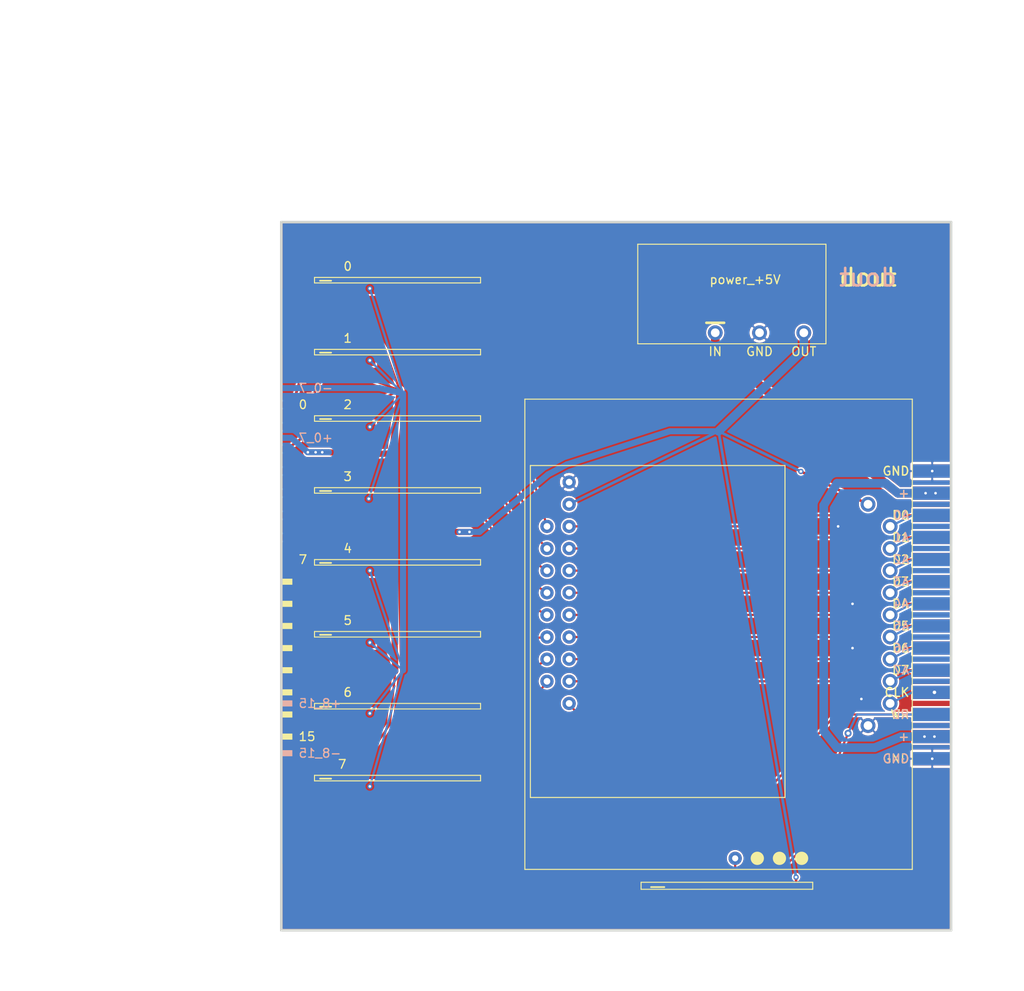
<source format=kicad_pcb>
(kicad_pcb (version 20171130) (host pcbnew 5.1.5+dfsg1-2build2)
  (layers (0 F.Cu signal) (31 B.Cu signal) (34 B.Paste user) (35 F.Paste user) (36 B.SilkS user) (37 F.SilkS user) (38 B.Mask user) (39 F.Mask user) (44 Edge.Cuts user))
  (net 0 "")
  (net 1 OUT1)
  (net 2 OUT2)
  (net 3 OUT3)
  (net 4 OUT4)
  (net 5 OUT5)
  (net 6 OUT6)
  (net 7 OUT7)
  (net 8 GND)
  (net 9 OPL1)
  (net 10 OPL2)
  (net 11 OPL3)
  (net 12 OPL4)
  (net 13 OPL5)
  (net 14 OPL6)
  (net 15 OPL7)
  (net 16 +5V)
  (net 17 CLK)
  (net 18 A7)
  (net 19 A6)
  (net 20 A5)
  (net 21 A4)
  (net 22 A3)
  (net 23 A2)
  (net 24 A1)
  (net 25 A0)
  (net 26 D7)
  (net 27 D6)
  (net 28 D5)
  (net 29 D4)
  (net 30 D3)
  (net 31 D2)
  (net 32 D1)
  (net 33 D0)
  (net 34 OPL0)
  (net 35 WR)
  (net 36 RD)
  (net 37 OUT0)
  (net 38 S0)
  (net 39 SW0)
  (net 40 "Net-(J1-Pad16)")
  (net 41 "Net-(J1-Pad15)")
  (net 42 "Net-(J1-Pad20)")
  (net 43 "Net-(J1-Pad19)")
  (net 44 "Net-(J1-Pad14)")
  (net 45 "Net-(J1-Pad13)")
  (net 46 "Net-(J1-Pad12)")
  (net 47 "Net-(J1-Pad11)")
  (net 48 "Net-(J1-Pad10)")
  (net 49 "Net-(J1-Pad9)")
  (net 50 "Net-(J12-Pad15)")
  (net 51 VP0_7)
  (net 52 VM0_7)
  (net 53 "Net-(J12-Pad14)")
  (net 54 "Net-(J12-Pad13)")
  (net 55 VPBUS)
  (module plc88:bus_im (layer F.Cu) (at 30.226 22.225)
    (fp_text reference J13 hide)
    (fp_text value bus_i hide)
    (fp_text user WR (at -2.54 27.94) (layer F.SilkS) (effects (justify right)))
    (fp_text user RD (at -2.54 27.94) (layer B.SilkS) (effects (justify left mirror)))
    (fp_text user GND (at -2.54 0) (layer F.SilkS) (effects (justify right)))
    (fp_text user + (at -2.54 2.54) (layer B.SilkS) (effects (justify left mirror)))
    (fp_text user GND (at -2.54 33.02) (layer B.SilkS) (effects (justify left mirror)))
    (fp_text user + (at -2.54 30.48) (layer B.SilkS) (effects (justify left mirror)))
    (fp_text user CLK (at -2.54 25.4) (layer F.SilkS) (effects (justify right)))
    (fp_text user A7 (at -2.54 22.86) (layer B.SilkS) (effects (justify left mirror)))
    (fp_text user A6 (at -2.54 20.32) (layer B.SilkS) (effects (justify left mirror)))
    (fp_text user A5 (at -2.54 17.78) (layer B.SilkS) (effects (justify left mirror)))
    (fp_text user A4 (at -2.54 15.24) (layer B.SilkS) (effects (justify left mirror)))
    (fp_text user A3 (at -2.54 12.7) (layer B.SilkS) (effects (justify left mirror)))
    (fp_text user A2 (at -2.54 10.16) (layer B.SilkS) (effects (justify left mirror)))
    (fp_text user A1 (at -2.54 7.62) (layer B.SilkS) (effects (justify left mirror)))
    (fp_text user A0 (at -2.54 5.08) (layer B.SilkS) (effects (justify left mirror)))
    (fp_text user D7 (at -2.54 22.86) (layer F.SilkS) (effects (justify right)))
    (fp_text user CLK (at -2.54 25.4) (layer F.SilkS) (effects (justify right)))
    (fp_text user + (at -2.54 30.48) (layer F.SilkS) (effects (justify right)))
    (fp_text user GND (at -2.54 33.02) (layer F.SilkS) (effects (justify right)))
    (fp_text user D6 (at -2.54 20.32) (layer F.SilkS) (effects (justify right)))
    (fp_text user D5 (at -2.54 17.78) (layer F.SilkS) (effects (justify right)))
    (fp_text user D4 (at -2.54 15.24) (layer F.SilkS) (effects (justify right)))
    (fp_text user D3 (at -2.54 12.7) (layer F.SilkS) (effects (justify right)))
    (fp_text user D2 (at -2.54 10.16) (layer F.SilkS) (effects (justify right)))
    (fp_text user D1 (at -2.54 7.62) (layer F.SilkS) (effects (justify right)))
    (fp_text user D0 (at -2.54 5.08) (layer F.SilkS) (effects (justify right)))
    (fp_text user + (at -2.54 2.54) (layer F.SilkS) (effects (justify right)))
    (fp_text user GND (at -2.54 0) (layer F.SilkS) (effects (justify right)))
    (fp_text user + (at -2.54 2.54) (layer F.SilkS) (effects (justify right)))
    (pad 24 smd rect (at 0 27.94) (size 4.445 1.524) (layers F.Cu F.Paste F.Mask) (net 35 WR))
    (pad 23 smd rect (at 0 27.94) (size 4.445 1.524) (layers B.Cu B.Paste B.Mask) (net 36 RD))
    (pad 28 smd rect (at 0 33.02) (size 4.445 1.524) (layers F.Cu F.Paste F.Mask) (net 8 GND))
    (pad 26 smd rect (at 0 30.48) (size 4.445 1.524) (layers F.Cu F.Paste F.Mask) (net 55 VPBUS))
    (pad 22 smd rect (at 0 25.4) (size 4.445 1.524) (layers F.Cu F.Paste F.Mask) (net 17 CLK))
    (pad 20 smd rect (at 0 22.86) (size 4.445 1.524) (layers F.Cu F.Paste F.Mask) (net 26 D7))
    (pad 18 smd rect (at 0 20.32) (size 4.445 1.524) (layers F.Cu F.Paste F.Mask) (net 27 D6))
    (pad 16 smd rect (at 0 17.78) (size 4.445 1.524) (layers F.Cu F.Paste F.Mask) (net 28 D5))
    (pad 14 smd rect (at 0 15.24) (size 4.445 1.524) (layers F.Cu F.Paste F.Mask) (net 29 D4))
    (pad 12 smd rect (at 0 12.7) (size 4.445 1.524) (layers F.Cu F.Paste F.Mask) (net 30 D3))
    (pad 10 smd rect (at 0 10.16) (size 4.445 1.524) (layers F.Cu F.Paste F.Mask) (net 31 D2))
    (pad 8 smd rect (at 0 7.62) (size 4.445 1.524) (layers F.Cu F.Paste F.Mask) (net 32 D1))
    (pad 6 smd rect (at 0 5.08) (size 4.445 1.524) (layers F.Cu F.Paste F.Mask) (net 33 D0))
    (pad 4 smd rect (at 0 2.54) (size 4.445 1.524) (layers F.Cu F.Paste F.Mask) (net 55 VPBUS))
    (pad 2 smd rect (at 0 0) (size 4.445 1.524) (layers F.Cu F.Paste F.Mask) (net 8 GND))
    (pad 9 smd rect (at 0 10.16) (size 4.445 1.524) (layers B.Cu B.Paste B.Mask) (net 23 A2))
    (pad 27 smd rect (at 0 33.02) (size 4.445 1.524) (layers B.Cu B.Paste B.Mask) (net 8 GND))
    (pad 25 smd rect (at 0 30.48) (size 4.445 1.524) (layers B.Cu B.Paste B.Mask) (net 55 VPBUS))
    (pad 21 smd rect (at 0 25.4) (size 4.445 1.524) (layers B.Cu B.Paste B.Mask) (net 17 CLK))
    (pad 19 smd rect (at 0 22.86) (size 4.445 1.524) (layers B.Cu B.Paste B.Mask) (net 18 A7))
    (pad 17 smd rect (at 0 20.32) (size 4.445 1.524) (layers B.Cu B.Paste B.Mask) (net 19 A6))
    (pad 15 smd rect (at 0 17.78) (size 4.445 1.524) (layers B.Cu B.Paste B.Mask) (net 20 A5))
    (pad 13 smd rect (at 0 15.24) (size 4.445 1.524) (layers B.Cu B.Paste B.Mask) (net 21 A4))
    (pad 11 smd rect (at 0 12.7) (size 4.445 1.524) (layers B.Cu B.Paste B.Mask) (net 22 A3))
    (pad 7 smd rect (at 0 7.62) (size 4.445 1.524) (layers B.Cu B.Paste B.Mask) (net 24 A1))
    (pad 5 smd rect (at 0 5.08) (size 4.445 1.524) (layers B.Cu B.Paste B.Mask) (net 25 A0))
    (pad 3 smd rect (at 0 2.54) (size 4.445 1.524) (layers B.Cu B.Paste B.Mask) (net 55 VPBUS))
    (pad 1 smd rect (at 0 0) (size 4.445 1.524) (layers B.Cu B.Paste B.Mask) (net 8 GND))
  )
  (module plc88:power_i (layer F.Cu) (at -1.016 -3.81)
    (fp_text reference J14)
    (fp_text value power_+5V (at 9.779 4.064) (layer F.SilkS))
    (fp_line (start 19.05 0) (end 19.05 11.43) (layer F.SilkS) (width 0.12))
    (fp_line (start -2.54 0) (end 19.05 0) (layer F.SilkS) (width 0.12))
    (fp_line (start -2.54 11.43) (end -2.54 0) (layer F.SilkS) (width 0.12))
    (fp_line (start 19.05 11.43) (end -2.54 11.43) (layer F.SilkS) (width 0.12))
    (fp_text user IN (at 6.35 12.319) (layer F.SilkS))
    (fp_text user GND (at 11.43 12.319) (layer F.SilkS))
    (fp_text user OUT (at 16.51 12.319) (layer F.SilkS))
    (fp_line (start 5.334 9.017) (end 7.366 9.017) (layer F.SilkS) (width 0.3))
    (pad 3 thru_hole circle (at 11.43 10.16) (size 1.7 1.7) (drill 1) (layers *.Cu *.Mask) (net 8 GND))
    (pad 2 thru_hole circle (at 16.51 10.16) (size 1.7 1.7) (drill 1) (layers *.Cu *.Mask) (net 16 +5V))
    (pad 1 thru_hole circle (at 6.35 10.16) (size 1.7 1.7) (drill 1) (layers *.Cu *.Mask) (net 55 VPBUS))
  )
  (module plc88:dio_channel_i (layer F.Cu) (at -32.385 55.88)
    (fp_text reference J9 hide)
    (fp_text value dio_channel_i hide)
    (fp_line (start -7.62 1.651) (end -6.35 1.651) (layer F.SilkS) (width 0.2))
    (fp_line (start -8.255 1.905) (end -8.255 1.27) (layer F.SilkS) (width 0.12))
    (fp_line (start 10.795 1.905) (end -8.255 1.905) (layer F.SilkS) (width 0.12))
    (fp_line (start 10.795 1.27) (end 10.795 1.905) (layer F.SilkS) (width 0.12))
    (fp_line (start -8.255 1.27) (end 10.795 1.27) (layer F.SilkS) (width 0.12))
    (fp_text user 7 (at -5.08 0) (layer F.SilkS))
    (pad 4 smd rect (at 4.445 2.54) (size 1.27 1.27) (layers F.Cu F.Paste F.Mask) (net 8 GND))
    (pad 6 smd rect (at 9.525 2.54) (size 1.27 1.27) (layers F.Cu F.Paste F.Mask) (net 15 OPL7))
    (pad 5 smd rect (at 6.985 2.54) (size 1.27 1.27) (layers F.Cu F.Paste F.Mask) (net 16 +5V))
    (pad 3 smd rect (at -1.905 2.54) (size 1.27 1.27) (layers F.Cu F.Paste F.Mask) (net 52 VM0_7))
    (pad 2 smd rect (at -4.445 2.54) (size 1.27 1.27) (layers F.Cu F.Paste F.Mask) (net 51 VP0_7))
    (pad 1 smd rect (at -6.985 2.54) (size 1.27 1.27) (layers F.Cu F.Paste F.Mask) (net 7 OUT7))
  )
  (module plc88:dio_channel_i (layer F.Cu) (at -32.385 47.625)
    (fp_text reference J8 hide)
    (fp_text value dio_channel_i hide)
    (fp_line (start -7.62 1.651) (end -6.35 1.651) (layer F.SilkS) (width 0.2))
    (fp_line (start -8.255 1.905) (end -8.255 1.27) (layer F.SilkS) (width 0.12))
    (fp_line (start 10.795 1.905) (end -8.255 1.905) (layer F.SilkS) (width 0.12))
    (fp_line (start 10.795 1.27) (end 10.795 1.905) (layer F.SilkS) (width 0.12))
    (fp_line (start -8.255 1.27) (end 10.795 1.27) (layer F.SilkS) (width 0.12))
    (fp_text user 6 (at -4.445 0) (layer F.SilkS))
    (pad 4 smd rect (at 4.445 2.54) (size 1.27 1.27) (layers F.Cu F.Paste F.Mask) (net 8 GND))
    (pad 6 smd rect (at 9.525 2.54) (size 1.27 1.27) (layers F.Cu F.Paste F.Mask) (net 14 OPL6))
    (pad 5 smd rect (at 6.985 2.54) (size 1.27 1.27) (layers F.Cu F.Paste F.Mask) (net 16 +5V))
    (pad 3 smd rect (at -1.905 2.54) (size 1.27 1.27) (layers F.Cu F.Paste F.Mask) (net 52 VM0_7))
    (pad 2 smd rect (at -4.445 2.54) (size 1.27 1.27) (layers F.Cu F.Paste F.Mask) (net 51 VP0_7))
    (pad 1 smd rect (at -6.985 2.54) (size 1.27 1.27) (layers F.Cu F.Paste F.Mask) (net 6 OUT6))
  )
  (module plc88:dio_channel_i (layer F.Cu) (at -32.385 39.37)
    (fp_text reference J7 hide)
    (fp_text value dio_channel_i hide)
    (fp_line (start -7.62 1.651) (end -6.35 1.651) (layer F.SilkS) (width 0.2))
    (fp_line (start -8.255 1.905) (end -8.255 1.27) (layer F.SilkS) (width 0.12))
    (fp_line (start 10.795 1.905) (end -8.255 1.905) (layer F.SilkS) (width 0.12))
    (fp_line (start 10.795 1.27) (end 10.795 1.905) (layer F.SilkS) (width 0.12))
    (fp_line (start -8.255 1.27) (end 10.795 1.27) (layer F.SilkS) (width 0.12))
    (fp_text user 5 (at -4.445 0) (layer F.SilkS))
    (pad 4 smd rect (at 4.445 2.54) (size 1.27 1.27) (layers F.Cu F.Paste F.Mask) (net 8 GND))
    (pad 6 smd rect (at 9.525 2.54) (size 1.27 1.27) (layers F.Cu F.Paste F.Mask) (net 13 OPL5))
    (pad 5 smd rect (at 6.985 2.54) (size 1.27 1.27) (layers F.Cu F.Paste F.Mask) (net 16 +5V))
    (pad 3 smd rect (at -1.905 2.54) (size 1.27 1.27) (layers F.Cu F.Paste F.Mask) (net 52 VM0_7))
    (pad 2 smd rect (at -4.445 2.54) (size 1.27 1.27) (layers F.Cu F.Paste F.Mask) (net 51 VP0_7))
    (pad 1 smd rect (at -6.985 2.54) (size 1.27 1.27) (layers F.Cu F.Paste F.Mask) (net 5 OUT5))
  )
  (module plc88:dio_channel_i (layer F.Cu) (at -32.385 31.115)
    (fp_text reference J6 hide)
    (fp_text value dio_channel_i hide)
    (fp_line (start -7.62 1.651) (end -6.35 1.651) (layer F.SilkS) (width 0.2))
    (fp_line (start -8.255 1.905) (end -8.255 1.27) (layer F.SilkS) (width 0.12))
    (fp_line (start 10.795 1.905) (end -8.255 1.905) (layer F.SilkS) (width 0.12))
    (fp_line (start 10.795 1.27) (end 10.795 1.905) (layer F.SilkS) (width 0.12))
    (fp_line (start -8.255 1.27) (end 10.795 1.27) (layer F.SilkS) (width 0.12))
    (fp_text user 4 (at -4.445 0) (layer F.SilkS))
    (pad 4 smd rect (at 4.445 2.54) (size 1.27 1.27) (layers F.Cu F.Paste F.Mask) (net 8 GND))
    (pad 6 smd rect (at 9.525 2.54) (size 1.27 1.27) (layers F.Cu F.Paste F.Mask) (net 12 OPL4))
    (pad 5 smd rect (at 6.985 2.54) (size 1.27 1.27) (layers F.Cu F.Paste F.Mask) (net 16 +5V))
    (pad 3 smd rect (at -1.905 2.54) (size 1.27 1.27) (layers F.Cu F.Paste F.Mask) (net 52 VM0_7))
    (pad 2 smd rect (at -4.445 2.54) (size 1.27 1.27) (layers F.Cu F.Paste F.Mask) (net 51 VP0_7))
    (pad 1 smd rect (at -6.985 2.54) (size 1.27 1.27) (layers F.Cu F.Paste F.Mask) (net 4 OUT4))
  )
  (module plc88:dio_channel_i (layer F.Cu) (at -32.385 22.86)
    (fp_text reference J5 hide)
    (fp_text value dio_channel_i hide)
    (fp_line (start -7.62 1.651) (end -6.35 1.651) (layer F.SilkS) (width 0.2))
    (fp_line (start -8.255 1.905) (end -8.255 1.27) (layer F.SilkS) (width 0.12))
    (fp_line (start 10.795 1.905) (end -8.255 1.905) (layer F.SilkS) (width 0.12))
    (fp_line (start 10.795 1.27) (end 10.795 1.905) (layer F.SilkS) (width 0.12))
    (fp_line (start -8.255 1.27) (end 10.795 1.27) (layer F.SilkS) (width 0.12))
    (fp_text user 3 (at -4.445 0) (layer F.SilkS))
    (pad 4 smd rect (at 4.445 2.54) (size 1.27 1.27) (layers F.Cu F.Paste F.Mask) (net 8 GND))
    (pad 6 smd rect (at 9.525 2.54) (size 1.27 1.27) (layers F.Cu F.Paste F.Mask) (net 11 OPL3))
    (pad 5 smd rect (at 6.985 2.54) (size 1.27 1.27) (layers F.Cu F.Paste F.Mask) (net 16 +5V))
    (pad 3 smd rect (at -1.905 2.54) (size 1.27 1.27) (layers F.Cu F.Paste F.Mask) (net 52 VM0_7))
    (pad 2 smd rect (at -4.445 2.54) (size 1.27 1.27) (layers F.Cu F.Paste F.Mask) (net 51 VP0_7))
    (pad 1 smd rect (at -6.985 2.54) (size 1.27 1.27) (layers F.Cu F.Paste F.Mask) (net 3 OUT3))
  )
  (module plc88:dio_channel_i (layer F.Cu) (at -32.385 14.605)
    (fp_text reference J4 hide)
    (fp_text value dio_channel_i hide)
    (fp_line (start -7.62 1.651) (end -6.35 1.651) (layer F.SilkS) (width 0.2))
    (fp_line (start -8.255 1.905) (end -8.255 1.27) (layer F.SilkS) (width 0.12))
    (fp_line (start 10.795 1.905) (end -8.255 1.905) (layer F.SilkS) (width 0.12))
    (fp_line (start 10.795 1.27) (end 10.795 1.905) (layer F.SilkS) (width 0.12))
    (fp_line (start -8.255 1.27) (end 10.795 1.27) (layer F.SilkS) (width 0.12))
    (fp_text user 2 (at -4.445 0) (layer F.SilkS))
    (pad 4 smd rect (at 4.445 2.54) (size 1.27 1.27) (layers F.Cu F.Paste F.Mask) (net 8 GND))
    (pad 6 smd rect (at 9.525 2.54) (size 1.27 1.27) (layers F.Cu F.Paste F.Mask) (net 10 OPL2))
    (pad 5 smd rect (at 6.985 2.54) (size 1.27 1.27) (layers F.Cu F.Paste F.Mask) (net 16 +5V))
    (pad 3 smd rect (at -1.905 2.54) (size 1.27 1.27) (layers F.Cu F.Paste F.Mask) (net 52 VM0_7))
    (pad 2 smd rect (at -4.445 2.54) (size 1.27 1.27) (layers F.Cu F.Paste F.Mask) (net 51 VP0_7))
    (pad 1 smd rect (at -6.985 2.54) (size 1.27 1.27) (layers F.Cu F.Paste F.Mask) (net 2 OUT2))
  )
  (module plc88:dio_channel_i (layer F.Cu) (at -32.385 6.985)
    (fp_text reference J3 hide)
    (fp_text value dio_channel_i hide)
    (fp_line (start -7.62 1.651) (end -6.35 1.651) (layer F.SilkS) (width 0.2))
    (fp_line (start -8.255 1.905) (end -8.255 1.27) (layer F.SilkS) (width 0.12))
    (fp_line (start 10.795 1.905) (end -8.255 1.905) (layer F.SilkS) (width 0.12))
    (fp_line (start 10.795 1.27) (end 10.795 1.905) (layer F.SilkS) (width 0.12))
    (fp_line (start -8.255 1.27) (end 10.795 1.27) (layer F.SilkS) (width 0.12))
    (fp_text user 1 (at -4.445 0) (layer F.SilkS))
    (pad 4 smd rect (at 4.445 2.54) (size 1.27 1.27) (layers F.Cu F.Paste F.Mask) (net 8 GND))
    (pad 6 smd rect (at 9.525 2.54) (size 1.27 1.27) (layers F.Cu F.Paste F.Mask) (net 9 OPL1))
    (pad 5 smd rect (at 6.985 2.54) (size 1.27 1.27) (layers F.Cu F.Paste F.Mask) (net 16 +5V))
    (pad 3 smd rect (at -1.905 2.54) (size 1.27 1.27) (layers F.Cu F.Paste F.Mask) (net 52 VM0_7))
    (pad 2 smd rect (at -4.445 2.54) (size 1.27 1.27) (layers F.Cu F.Paste F.Mask) (net 51 VP0_7))
    (pad 1 smd rect (at -6.985 2.54) (size 1.27 1.27) (layers F.Cu F.Paste F.Mask) (net 1 OUT1))
  )
  (module plc88:dio_channel_i (layer F.Cu) (at -32.385 -1.27)
    (fp_text reference J2 hide)
    (fp_text value dio_channel_i hide)
    (fp_line (start -7.62 1.651) (end -6.35 1.651) (layer F.SilkS) (width 0.2))
    (fp_line (start -8.255 1.905) (end -8.255 1.27) (layer F.SilkS) (width 0.12))
    (fp_line (start 10.795 1.905) (end -8.255 1.905) (layer F.SilkS) (width 0.12))
    (fp_line (start 10.795 1.27) (end 10.795 1.905) (layer F.SilkS) (width 0.12))
    (fp_line (start -8.255 1.27) (end 10.795 1.27) (layer F.SilkS) (width 0.12))
    (fp_text user 0 (at -4.445 0) (layer F.SilkS))
    (pad 4 smd rect (at 4.445 2.54) (size 1.27 1.27) (layers F.Cu F.Paste F.Mask) (net 8 GND))
    (pad 6 smd rect (at 9.525 2.54) (size 1.27 1.27) (layers F.Cu F.Paste F.Mask) (net 34 OPL0))
    (pad 5 smd rect (at 6.985 2.54) (size 1.27 1.27) (layers F.Cu F.Paste F.Mask) (net 16 +5V))
    (pad 3 smd rect (at -1.905 2.54) (size 1.27 1.27) (layers F.Cu F.Paste F.Mask) (net 52 VM0_7))
    (pad 2 smd rect (at -4.445 2.54) (size 1.27 1.27) (layers F.Cu F.Paste F.Mask) (net 51 VP0_7))
    (pad 1 smd rect (at -6.985 2.54) (size 1.27 1.27) (layers F.Cu F.Paste F.Mask) (net 37 OUT0))
  )
  (module plc88:data_manager_i (layer F.Cu) (at -8.89 20.955)
    (fp_text reference J10 hide)
    (fp_text value data_manager_i hide)
    (fp_line (start -6.985 38.735) (end -6.985 0.635) (layer F.SilkS) (width 0.12))
    (fp_line (start 22.225 38.735) (end -6.985 38.735) (layer F.SilkS) (width 0.12))
    (fp_line (start 22.225 0.635) (end 22.225 38.735) (layer F.SilkS) (width 0.12))
    (fp_line (start -6.985 0.635) (end 22.225 0.635) (layer F.SilkS) (width 0.12))
    (pad 19 thru_hole circle (at -2.54 27.94) (size 1.524 1.524) (drill 0.762) (layers *.Cu *.Mask) (net 39 SW0))
    (pad 18 thru_hole circle (at -2.54 5.08) (size 1.524 1.524) (drill 0.762) (layers *.Cu *.Mask) (net 16 +5V))
    (pad 17 thru_hole circle (at -2.54 2.54) (size 1.524 1.524) (drill 0.762) (layers *.Cu *.Mask) (net 8 GND))
    (pad 16 thru_hole circle (at -2.54 25.4) (size 1.524 1.524) (drill 0.762) (layers *.Cu *.Mask) (net 26 D7))
    (pad 15 thru_hole circle (at -5.08 25.4) (size 1.524 1.524) (drill 0.762) (layers *.Cu *.Mask) (net 15 OPL7))
    (pad 14 thru_hole circle (at -2.54 22.86) (size 1.524 1.524) (drill 0.762) (layers *.Cu *.Mask) (net 27 D6))
    (pad 13 thru_hole circle (at -5.08 22.86) (size 1.524 1.524) (drill 0.762) (layers *.Cu *.Mask) (net 14 OPL6))
    (pad 12 thru_hole circle (at -2.54 20.32) (size 1.524 1.524) (drill 0.762) (layers *.Cu *.Mask) (net 28 D5))
    (pad 11 thru_hole circle (at -5.08 20.32) (size 1.524 1.524) (drill 0.762) (layers *.Cu *.Mask) (net 13 OPL5))
    (pad 10 thru_hole circle (at -2.54 17.78) (size 1.524 1.524) (drill 0.762) (layers *.Cu *.Mask) (net 29 D4))
    (pad 9 thru_hole circle (at -5.08 17.78) (size 1.524 1.524) (drill 0.762) (layers *.Cu *.Mask) (net 12 OPL4))
    (pad 8 thru_hole circle (at -2.54 15.24) (size 1.524 1.524) (drill 0.762) (layers *.Cu *.Mask) (net 30 D3))
    (pad 7 thru_hole circle (at -5.08 15.24) (size 1.524 1.524) (drill 0.762) (layers *.Cu *.Mask) (net 11 OPL3))
    (pad 6 thru_hole circle (at -2.54 12.7) (size 1.524 1.524) (drill 0.762) (layers *.Cu *.Mask) (net 31 D2))
    (pad 5 thru_hole circle (at -5.08 12.7) (size 1.524 1.524) (drill 0.762) (layers *.Cu *.Mask) (net 10 OPL2))
    (pad 4 thru_hole circle (at -2.54 10.16) (size 1.524 1.524) (drill 0.762) (layers *.Cu *.Mask) (net 32 D1))
    (pad 3 thru_hole circle (at -5.08 10.16) (size 1.524 1.524) (drill 0.762) (layers *.Cu *.Mask) (net 9 OPL1))
    (pad 2 thru_hole circle (at -2.54 7.62) (size 1.524 1.524) (drill 0.762) (layers *.Cu *.Mask) (net 33 D0))
    (pad 1 thru_hole circle (at -5.08 7.62) (size 1.524 1.524) (drill 0.762) (layers *.Cu *.Mask) (net 34 OPL0))
  )
  (module plc88:fm16_im (layer F.Cu) (at -41.275 5.715)
    (fp_text reference J1 hide)
    (fp_text value fm16_i hide)
    (fp_text user 15 (at -1.27 46.99) (layer F.SilkS) (effects (justify left)))
    (fp_text user 7 (at -1.27 26.67) (layer F.SilkS) (effects (justify left)))
    (fp_text user 0 (at -1.27 8.89) (layer F.SilkS) (effects (justify left)))
    (fp_text user -8_15 (at -1.27 48.895) (layer B.SilkS) (effects (justify right mirror)))
    (fp_text user +8_15 (at -1.27 43.18) (layer B.SilkS) (effects (justify right mirror)))
    (fp_text user -0_7 (at -1.27 6.985) (layer B.SilkS) (effects (justify right mirror)))
    (fp_text user +0_7 (at -1.27 12.7) (layer B.SilkS) (effects (justify right mirror)))
    (pad 25 smd rect (at -2.54 57.785) (size 1.27 7.62) (layers F.Cu F.Paste F.Mask) (net 8 GND))
    (pad 24 smd rect (at -2.54 -0.635) (size 1.27 7.62) (layers F.Cu F.Paste F.Mask) (net 8 GND))
    (pad 23 smd rect (at -2.54 57.785) (size 1.27 7.62) (layers B.Cu B.Paste B.Mask) (net 8 GND))
    (pad 22 smd rect (at -2.54 28.575) (size 1.27 7.62) (layers B.Cu B.Paste B.Mask) (net 8 GND))
    (pad 21 smd rect (at -2.54 -0.635) (size 1.27 7.62) (layers B.Cu B.Paste B.Mask) (net 8 GND))
    (pad 20 smd rect (at -2.54 48.895) (size 1.27 0.7) (layers B.SilkS) (net 42 "Net-(J1-Pad20)"))
    (pad 19 smd rect (at -2.54 43.18) (size 1.27 0.7) (layers B.SilkS) (net 43 "Net-(J1-Pad19)"))
    (pad 18 smd rect (at -2.54 12.7) (size 1.27 0.7) (layers B.Cu B.Paste B.Mask) (net 51 VP0_7))
    (pad 17 smd rect (at -2.54 6.985) (size 1.27 0.7) (layers B.Cu B.Paste B.Mask) (net 52 VM0_7))
    (pad 16 smd rect (at -2.54 46.99) (size 1.27 0.7) (layers F.SilkS) (net 40 "Net-(J1-Pad16)"))
    (pad 15 smd rect (at -2.54 44.45) (size 1.27 0.7) (layers F.SilkS) (net 41 "Net-(J1-Pad15)"))
    (pad 14 smd rect (at -2.54 41.91) (size 1.27 0.7) (layers F.SilkS) (net 44 "Net-(J1-Pad14)"))
    (pad 13 smd rect (at -2.54 39.37) (size 1.27 0.7) (layers F.SilkS) (net 45 "Net-(J1-Pad13)"))
    (pad 12 smd rect (at -2.54 36.83) (size 1.27 0.7) (layers F.SilkS) (net 46 "Net-(J1-Pad12)"))
    (pad 11 smd rect (at -2.54 34.29) (size 1.27 0.7) (layers F.SilkS) (net 47 "Net-(J1-Pad11)"))
    (pad 10 smd rect (at -2.54 31.75) (size 1.27 0.7) (layers F.SilkS) (net 48 "Net-(J1-Pad10)"))
    (pad 9 smd rect (at -2.54 29.21) (size 1.27 0.7) (layers F.SilkS) (net 49 "Net-(J1-Pad9)"))
    (pad 8 smd rect (at -2.54 26.67) (size 1.27 0.7) (layers F.Cu F.Paste F.Mask) (net 7 OUT7))
    (pad 7 smd rect (at -2.54 24.13) (size 1.27 0.7) (layers F.Cu F.Paste F.Mask) (net 6 OUT6))
    (pad 6 smd rect (at -2.54 21.59) (size 1.27 0.7) (layers F.Cu F.Paste F.Mask) (net 5 OUT5))
    (pad 5 smd rect (at -2.54 19.05) (size 1.27 0.7) (layers F.Cu F.Paste F.Mask) (net 4 OUT4))
    (pad 4 smd rect (at -2.54 16.51) (size 1.27 0.7) (layers F.Cu F.Paste F.Mask) (net 3 OUT3))
    (pad 3 smd rect (at -2.54 13.97) (size 1.27 0.7) (layers F.Cu F.Paste F.Mask) (net 2 OUT2))
    (pad 2 smd rect (at -2.54 11.43) (size 1.27 0.7) (layers F.Cu F.Paste F.Mask) (net 1 OUT1))
    (pad 1 smd rect (at -2.54 8.89) (size 1.27 0.7) (layers F.Cu F.Paste F.Mask) (net 37 OUT0))
  )
  (module plc88:selector4_i (layer F.Cu) (at 22.86 26.035)
    (fp_text reference J12 hide)
    (fp_text value selector4_i)
    (fp_line (start -39.37 -12.065) (end 5.08 -12.065) (layer F.SilkS) (width 0.12))
    (fp_line (start -39.37 41.91) (end -39.37 -12.065) (layer F.SilkS) (width 0.12))
    (fp_line (start 5.08 41.91) (end -39.37 41.91) (layer F.SilkS) (width 0.12))
    (fp_line (start 5.08 -12.065) (end 5.08 41.91) (layer F.SilkS) (width 0.12))
    (pad 13 smd circle (at -12.7 40.64) (size 1.524 1.524) (layers F.SilkS) (net 54 "Net-(J12-Pad13)"))
    (pad 12 thru_hole circle (at -15.24 40.64) (size 1.524 1.524) (drill 0.7) (layers *.Cu *.Mask) (net 38 S0))
    (pad 15 smd circle (at -7.62 40.64) (size 1.524 1.524) (layers F.SilkS) (net 50 "Net-(J12-Pad15)"))
    (pad 14 smd circle (at -10.16 40.64) (size 1.524 1.524) (layers F.SilkS) (net 53 "Net-(J12-Pad14)"))
    (pad 11 thru_hole circle (at 0 25.4) (size 1.7 1.7) (drill 1) (layers *.Cu *.Mask) (net 8 GND))
    (pad 10 thru_hole circle (at 2.54 22.86) (size 1.7 1.7) (drill 1) (layers *.Cu *.Mask) (net 17 CLK))
    (pad 9 thru_hole circle (at 2.54 20.32) (size 1.7 1.7) (drill 1) (layers *.Cu *.Mask) (net 18 A7))
    (pad 8 thru_hole circle (at 2.54 17.78) (size 1.7 1.7) (drill 1) (layers *.Cu *.Mask) (net 19 A6))
    (pad 7 thru_hole circle (at 2.54 15.24) (size 1.7 1.7) (drill 1) (layers *.Cu *.Mask) (net 20 A5))
    (pad 6 thru_hole circle (at 2.54 12.7) (size 1.7 1.7) (drill 1) (layers *.Cu *.Mask) (net 21 A4))
    (pad 5 thru_hole circle (at 2.54 10.16) (size 1.7 1.7) (drill 1) (layers *.Cu *.Mask) (net 22 A3))
    (pad 4 thru_hole circle (at 2.54 7.62) (size 1.7 1.7) (drill 1) (layers *.Cu *.Mask) (net 23 A2))
    (pad 3 thru_hole circle (at 2.54 5.08) (size 1.7 1.7) (drill 1) (layers *.Cu *.Mask) (net 24 A1))
    (pad 2 thru_hole circle (at 2.54 2.54) (size 1.7 1.7) (drill 1) (layers *.Cu *.Mask) (net 25 A0))
    (pad 1 thru_hole circle (at 0 0) (size 1.7 1.7) (drill 1) (layers *.Cu *.Mask) (net 16 +5V))
  )
  (module plc88:wrs_i (layer F.Cu) (at 5.715 68.326)
    (fp_text reference J11 hide)
    (fp_text value wrs_i hide)
    (fp_line (start -7.747 1.651) (end -6.223 1.651) (layer F.SilkS) (width 0.2))
    (fp_line (start -8.89 1.9) (end -8.89 1.1) (layer F.SilkS) (width 0.12))
    (fp_line (start 10.795 1.9) (end -8.89 1.905) (layer F.SilkS) (width 0.12))
    (fp_line (start 10.8 1.1) (end 10.8 1.9) (layer F.SilkS) (width 0.12))
    (fp_line (start -8.89 1.1) (end 10.8 1.1) (layer F.SilkS) (width 0.12))
    (pad 6 smd rect (at 8.89 2.54) (size 1.27 1.27) (layers F.Cu F.Paste F.Mask) (net 16 +5V))
    (pad 5 smd rect (at 4.445 2.54) (size 1.27 1.27) (layers F.Cu F.Paste F.Mask) (net 39 SW0))
    (pad 4 smd rect (at 1.905 2.54) (size 1.27 1.27) (layers F.Cu F.Paste F.Mask) (net 38 S0))
    (pad 3 smd rect (at -0.635 2.54) (size 1.27 1.27) (layers F.Cu F.Paste F.Mask) (net 35 WR))
    (pad 2 smd rect (at -3.175 2.54) (size 1.27 1.27) (layers F.Cu F.Paste F.Mask) (net 36 RD))
    (pad 1 smd rect (at -6.985 2.54) (size 1.27 1.27) (layers F.Cu F.Paste F.Mask) (net 8 GND))
  )
  (gr_text dout (at 22.86 0) (layer F.SilkS) (effects (font (size 2 2) (thickness 0.3))))
  (gr_text dout (at 22.86 0) (layer B.SilkS) (effects (font (size 2 2) (thickness 0.3)) (justify mirror)))
  (gr_line (start 32.385 74.93) (end -44.45 74.93) (layer Edge.Cuts) (width 0.3))
  (gr_line (start -44.45 74.93) (end -44.45 -6.35) (layer Edge.Cuts) (width 0.3))
  (gr_line (start -44.45 -6.35) (end 32.385 -6.35) (layer Edge.Cuts) (width 0.3))
  (gr_line (start 32.385 -6.35) (end 32.385 74.93) (layer Edge.Cuts) (width 0.3))
  (via (at 29.464 24.765) (size 0.6) (drill 0.3) (layers F.Cu B.Cu) (net 55))
  (via (at 30.607 24.765) (size 0.6) (drill 0.3) (layers F.Cu B.Cu) (net 55))
  (via (at 30.226 22.225) (size 0.6) (drill 0.3) (layers F.Cu B.Cu) (net 8))
  (via (at 29.337 52.705) (size 0.6) (drill 0.3) (layers F.Cu B.Cu) (net 55))
  (via (at 30.226 55.245) (size 0.6) (drill 0.3) (layers F.Cu B.Cu) (net 8))
  (segment (start -39.37 10.795) (end -39.37 9.525) (width 0.3) (layer F.Cu) (net 1))
  (segment (start -42.418 16.637) (end -39.37 10.795) (width 0.3) (layer F.Cu) (net 1))
  (segment (start -43.815 17.145) (end -42.418 16.637) (width 0.3) (layer F.Cu) (net 1))
  (segment (start -42.545 18.796) (end -43.815 19.685) (width 0.3) (layer F.Cu) (net 2))
  (segment (start -40.513 17.145) (end -42.545 18.796) (width 0.3) (layer F.Cu) (net 2))
  (segment (start -39.37 17.145) (end -40.513 17.145) (width 0.3) (layer F.Cu) (net 2))
  (segment (start -39.497 25.4) (end -42.799 22.225) (width 0.3) (layer F.Cu) (net 3))
  (segment (start -42.799 22.225) (end -43.815 22.225) (width 0.3) (layer F.Cu) (net 3))
  (segment (start -41.148 26.67) (end -43.815 24.765) (width 0.3) (layer F.Cu) (net 4))
  (segment (start -39.624 32.385) (end -41.148 26.67) (width 0.3) (layer F.Cu) (net 4))
  (segment (start -39.37 33.655) (end -39.624 32.385) (width 0.3) (layer F.Cu) (net 4))
  (segment (start -40.386 35.982927) (end -39.37 41.91) (width 0.3) (layer F.Cu) (net 5))
  (segment (start -42.164 27.94) (end -40.386 35.982927) (width 0.3) (layer F.Cu) (net 5))
  (segment (start -43.815 27.305) (end -42.164 27.94) (width 0.3) (layer F.Cu) (net 5))
  (segment (start -40.513 44.069) (end -39.37 50.165) (width 0.3) (layer F.Cu) (net 6))
  (segment (start -41.402 36.83) (end -40.513 44.069) (width 0.3) (layer F.Cu) (net 6))
  (segment (start -42.545 30.353) (end -41.402 36.83) (width 0.3) (layer F.Cu) (net 6))
  (segment (start -43.815 29.845) (end -42.545 30.353) (width 0.3) (layer F.Cu) (net 6))
  (segment (start -42.545 36.957) (end -41.529 51.054) (width 0.3) (layer F.Cu) (net 7))
  (segment (start -43.053 32.766) (end -42.545 36.957) (width 0.3) (layer F.Cu) (net 7))
  (segment (start -41.529 51.054) (end -39.37 58.42) (width 0.3) (layer F.Cu) (net 7))
  (segment (start -43.815 32.385) (end -43.053 32.766) (width 0.3) (layer F.Cu) (net 7))
  (via (at 22.098 48.387) (size 0.6) (drill 0.3) (layers F.Cu B.Cu) (net 8))
  (via (at 21.082 42.545) (size 0.6) (drill 0.3) (layers F.Cu B.Cu) (net 8))
  (via (at 21.082 37.465) (size 0.6) (drill 0.3) (layers F.Cu B.Cu) (net 8))
  (via (at 19.431 28.575) (size 0.6) (drill 0.3) (layers F.Cu B.Cu) (net 8))
  (segment (start -15.494 29.464) (end -13.97 31.115) (width 0.25) (layer F.Cu) (net 9))
  (segment (start -22.098 10.287) (end -15.494 29.464) (width 0.25) (layer F.Cu) (net 9))
  (segment (start -22.86 9.525) (end -22.098 10.287) (width 0.25) (layer F.Cu) (net 9))
  (segment (start -21.971 18.161) (end -15.875 32.385) (width 0.25) (layer F.Cu) (net 10))
  (segment (start -15.875 32.385) (end -13.97 33.655) (width 0.25) (layer F.Cu) (net 10))
  (segment (start -22.86 17.145) (end -21.971 18.161) (width 0.25) (layer F.Cu) (net 10))
  (segment (start -22.225 26.035) (end -16.637 34.417) (width 0.25) (layer F.Cu) (net 11))
  (segment (start -16.637 34.417) (end -13.97 36.195) (width 0.25) (layer F.Cu) (net 11))
  (segment (start -22.86 25.4) (end -22.225 26.035) (width 0.25) (layer F.Cu) (net 11))
  (segment (start -22.86 33.655) (end -21.971 34.417) (width 0.25) (layer F.Cu) (net 12))
  (segment (start -21.971 34.417) (end -13.97 38.735) (width 0.25) (layer F.Cu) (net 12))
  (segment (start -22.86 41.91) (end -22.098 41.91) (width 0.25) (layer F.Cu) (net 13))
  (segment (start -22.098 41.91) (end -13.97 41.275) (width 0.25) (layer F.Cu) (net 13))
  (segment (start -22.86 50.165) (end -21.971 49.403) (width 0.25) (layer F.Cu) (net 14))
  (segment (start -21.971 49.403) (end -13.97 43.815) (width 0.25) (layer F.Cu) (net 14))
  (segment (start -22.86 58.42) (end -21.971 57.531) (width 0.25) (layer F.Cu) (net 15))
  (segment (start -21.971 57.531) (end -13.97 46.355) (width 0.25) (layer F.Cu) (net 15))
  (segment (start 30.48 52.705) (end 30.48 52.705) (width 1) (layer B.Cu) (net 55))
  (segment (start -25.4 29.21) (end -24.003 29.21) (width 0.7) (layer F.Cu) (net 16))
  (segment (start -25.4 1.27) (end -25.4 29.21) (width 0.5) (layer F.Cu) (net 16))
  (segment (start -25.4 29.21) (end -25.4 58.42) (width 0.5) (layer F.Cu) (net 16))
  (segment (start -22.86 29.21) (end -22.86 29.21) (width 0.7) (layer F.Cu) (net 16))
  (via (at -22.86 29.21) (size 0.6) (drill 0.3) (layers F.Cu B.Cu) (net 16))
  (segment (start -24.003 29.21) (end -22.86 29.21) (width 0.7) (layer F.Cu) (net 16))
  (via (at -24.003 29.21) (size 0.6) (drill 0.3) (layers F.Cu B.Cu) (net 16))
  (segment (start -24.003 29.21) (end -22.86 29.21) (width 0.7) (layer B.Cu) (net 16))
  (segment (start 15.494 6.35) (end 15.494 8.255) (width 1) (layer B.Cu) (net 16))
  (segment (start 15.494 8.255) (end 5.715 17.653) (width 1) (layer B.Cu) (net 16))
  (segment (start -11.43 26.035) (end 5.715 17.653) (width 0.3) (layer B.Cu) (net 16))
  (segment (start -21.717 29.21) (end -22.86 29.21) (width 0.7) (layer B.Cu) (net 16))
  (segment (start -13.843 22.606) (end -21.717 29.21) (width 0.7) (layer B.Cu) (net 16))
  (segment (start -11.684 21.463) (end -13.843 22.606) (width 0.7) (layer B.Cu) (net 16))
  (segment (start 0.127 17.653) (end -11.684 21.463) (width 0.7) (layer B.Cu) (net 16))
  (segment (start 5.715 17.653) (end 0.127 17.653) (width 0.7) (layer B.Cu) (net 16))
  (segment (start 5.715 17.653) (end 15.157174 22.269174) (width 0.3) (layer B.Cu) (net 16))
  (via (at 15.157174 22.269174) (size 0.6) (drill 0.3) (layers F.Cu B.Cu) (net 16))
  (segment (start 15.157174 22.269174) (end 22.86 26.035) (width 0.3) (layer F.Cu) (net 16))
  (segment (start 14.605 70.866) (end 14.605 68.834) (width 0.3) (layer F.Cu) (net 16))
  (segment (start 14.605 68.834) (end 14.605 68.834) (width 0.3) (layer F.Cu) (net 16))
  (via (at 14.605 68.834) (size 0.6) (drill 0.3) (layers F.Cu B.Cu) (net 16))
  (segment (start 14.605 68.834) (end 5.715 17.653) (width 0.3) (layer B.Cu) (net 16))
  (segment (start 30.48 47.625) (end 30.48 47.625) (width 0.25) (layer B.Cu) (net 17))
  (segment (start 27.94 47.625) (end 25.4 48.895) (width 0.25) (layer B.Cu) (net 17))
  (segment (start 30.48 47.625) (end 27.94 47.625) (width 0.25) (layer B.Cu) (net 17))
  (via (at 30.48 47.625) (size 0.8) (drill 0.4) (layers F.Cu B.Cu) (net 17))
  (segment (start 30.48 45.085) (end 27.94 45.085) (width 0.25) (layer B.Cu) (net 18))
  (segment (start 27.94 45.085) (end 25.4 46.355) (width 0.25) (layer B.Cu) (net 18))
  (segment (start 30.48 42.545) (end 27.94 42.545) (width 0.25) (layer B.Cu) (net 19))
  (segment (start 27.94 42.545) (end 25.4 43.815) (width 0.25) (layer B.Cu) (net 19))
  (segment (start 30.48 40.005) (end 27.94 40.005) (width 0.25) (layer B.Cu) (net 20))
  (segment (start 27.94 40.005) (end 25.4 41.275) (width 0.25) (layer B.Cu) (net 20))
  (segment (start 30.48 37.465) (end 27.94 37.465) (width 0.25) (layer B.Cu) (net 21))
  (segment (start 27.94 37.465) (end 25.4 38.735) (width 0.25) (layer B.Cu) (net 21))
  (segment (start 30.48 34.925) (end 27.94 34.925) (width 0.25) (layer B.Cu) (net 22))
  (segment (start 27.94 34.925) (end 25.4 36.195) (width 0.25) (layer B.Cu) (net 22))
  (segment (start 30.48 32.385) (end 27.94 32.385) (width 0.25) (layer B.Cu) (net 23))
  (segment (start 27.94 32.385) (end 25.4 33.655) (width 0.25) (layer B.Cu) (net 23))
  (segment (start 30.48 29.845) (end 27.94 29.845) (width 0.25) (layer B.Cu) (net 24))
  (segment (start 27.94 29.845) (end 25.4 31.115) (width 0.25) (layer B.Cu) (net 24))
  (segment (start 30.48 27.305) (end 27.94 27.305) (width 0.25) (layer B.Cu) (net 25))
  (segment (start 27.94 27.305) (end 25.4 28.575) (width 0.25) (layer B.Cu) (net 25))
  (segment (start 22.225 46.355) (end -11.43 46.355) (width 0.25) (layer F.Cu) (net 26))
  (segment (start 23.495 45.085) (end 22.225 46.355) (width 0.25) (layer F.Cu) (net 26))
  (segment (start 30.48 45.085) (end 23.495 45.085) (width 0.25) (layer F.Cu) (net 26))
  (segment (start 23.495 42.545) (end 30.48 42.545) (width 0.25) (layer F.Cu) (net 27))
  (segment (start 22.225 43.815) (end 23.495 42.545) (width 0.25) (layer F.Cu) (net 27))
  (segment (start -11.43 43.815) (end 22.225 43.815) (width 0.25) (layer F.Cu) (net 27))
  (segment (start 22.225 41.275) (end -11.43 41.275) (width 0.25) (layer F.Cu) (net 28))
  (segment (start 23.495 40.005) (end 22.225 41.275) (width 0.25) (layer F.Cu) (net 28))
  (segment (start 30.48 40.005) (end 23.495 40.005) (width 0.25) (layer F.Cu) (net 28))
  (segment (start 23.495 37.465) (end 30.48 37.465) (width 0.25) (layer F.Cu) (net 29))
  (segment (start 22.225 38.735) (end 23.495 37.465) (width 0.25) (layer F.Cu) (net 29))
  (segment (start -11.43 38.735) (end 22.225 38.735) (width 0.25) (layer F.Cu) (net 29))
  (segment (start 22.225 36.195) (end -11.43 36.195) (width 0.25) (layer F.Cu) (net 30))
  (segment (start 23.495 34.925) (end 22.225 36.195) (width 0.25) (layer F.Cu) (net 30))
  (segment (start 30.48 34.925) (end 23.495 34.925) (width 0.25) (layer F.Cu) (net 30))
  (segment (start 23.495 32.385) (end 30.48 32.385) (width 0.25) (layer F.Cu) (net 31))
  (segment (start 22.225 33.655) (end 23.495 32.385) (width 0.25) (layer F.Cu) (net 31))
  (segment (start -11.43 33.655) (end 22.225 33.655) (width 0.25) (layer F.Cu) (net 31))
  (segment (start 13.335 31.115) (end -11.43 31.115) (width 0.25) (layer F.Cu) (net 32))
  (segment (start 15.24 29.845) (end 13.335 31.115) (width 0.25) (layer F.Cu) (net 32))
  (segment (start 30.48 29.845) (end 15.24 29.845) (width 0.25) (layer F.Cu) (net 32))
  (segment (start 15.24 27.305) (end 30.48 27.305) (width 0.25) (layer F.Cu) (net 33))
  (segment (start 13.335 28.575) (end 15.24 27.305) (width 0.25) (layer F.Cu) (net 33))
  (segment (start -11.43 28.575) (end 13.335 28.575) (width 0.25) (layer F.Cu) (net 33))
  (segment (start -21.59 2.54) (end -22.86 1.27) (width 0.25) (layer F.Cu) (net 34))
  (segment (start -13.97 28.575) (end -21.59 2.54) (width 0.25) (layer F.Cu) (net 34))
  (segment (start 5.08 65.913) (end 5.08 70.866) (width 0.25) (layer F.Cu) (net 35))
  (segment (start 5.461 65.405) (end 5.08 65.913) (width 0.25) (layer F.Cu) (net 35))
  (segment (start 19.177 50.165) (end 5.461 65.405) (width 0.25) (layer F.Cu) (net 35))
  (segment (start 30.48 50.165) (end 19.177 50.165) (width 0.25) (layer F.Cu) (net 35))
  (segment (start 2.54 72.644) (end 2.54 70.866) (width 0.25) (layer F.Cu) (net 36))
  (segment (start 11.557 72.644) (end 2.54 72.644) (width 0.25) (layer F.Cu) (net 36))
  (segment (start 11.811 69.088) (end 11.557 72.644) (width 0.25) (layer F.Cu) (net 36))
  (segment (start 16.383 64.516) (end 11.811 69.088) (width 0.25) (layer F.Cu) (net 36))
  (segment (start 17.145 62.23) (end 16.383 64.516) (width 0.25) (layer F.Cu) (net 36))
  (segment (start 17.78 59.055) (end 17.145 62.23) (width 0.25) (layer F.Cu) (net 36))
  (segment (start 20.574 52.324) (end 17.78 59.055) (width 0.25) (layer F.Cu) (net 36))
  (segment (start 21.59 50.165) (end 30.48 50.165) (width 0.25) (layer B.Cu) (net 36))
  (segment (start 20.574 52.324) (end 21.59 50.165) (width 0.25) (layer B.Cu) (net 36))
  (via (at 20.574 52.324) (size 0.8) (drill 0.4) (layers F.Cu B.Cu) (net 36))
  (segment (start -43.815 14.605) (end -42.799 13.462) (width 0.3) (layer F.Cu) (net 37))
  (segment (start -42.799 13.462) (end -39.878 3.683) (width 0.3) (layer F.Cu) (net 37))
  (segment (start -39.878 3.683) (end -39.37 1.27) (width 0.3) (layer F.Cu) (net 37))
  (segment (start 7.62 66.675) (end 7.62 70.866) (width 0.25) (layer F.Cu) (net 38))
  (segment (start 3.81 68.326) (end -11.43 48.895) (width 0.25) (layer F.Cu) (net 39))
  (segment (start 3.81 72.009) (end 3.81 68.326) (width 0.25) (layer F.Cu) (net 39))
  (segment (start 10.16 72.009) (end 3.81 72.009) (width 0.25) (layer F.Cu) (net 39))
  (segment (start 10.16 70.866) (end 10.16 72.009) (width 0.25) (layer F.Cu) (net 39))
  (segment (start -31.379702 44.841702) (end -33.782 38.227) (width 0.25) (layer F.Cu) (net 51))
  (segment (start -31.379702 44.841702) (end -31.369 45.212) (width 0.7) (layer F.Cu) (net 51))
  (segment (start -33.782 38.227) (end -36.83 33.655) (width 0.25) (layer F.Cu) (net 51))
  (segment (start -31.75 28.829) (end -31.379702 44.841702) (width 0.7) (layer F.Cu) (net 51))
  (segment (start -38.989 20.066) (end -35.687 20.32) (width 0.7) (layer F.Cu) (net 51))
  (segment (start -39.751 20.066) (end -38.989 20.066) (width 0.7) (layer B.Cu) (net 51))
  (via (at -39.751 20.066) (size 0.6) (drill 0.3) (layers F.Cu B.Cu) (net 51))
  (segment (start -41.402 20.066) (end -39.751 20.066) (width 0.7) (layer F.Cu) (net 51))
  (segment (start -41.402 20.066) (end -39.751 20.066) (width 0.7) (layer B.Cu) (net 51))
  (segment (start -43.307 18.415) (end -41.402 20.066) (width 0.7) (layer B.Cu) (net 51))
  (via (at -41.402 20.066) (size 0.6) (drill 0.3) (layers F.Cu B.Cu) (net 51))
  (via (at -40.513 20.066) (size 0.6) (drill 0.3) (layers F.Cu B.Cu) (net 51))
  (segment (start -39.751 20.066) (end -38.989 20.066) (width 0.7) (layer F.Cu) (net 51))
  (segment (start -35.687 11.176) (end -36.83 9.525) (width 0.25) (layer F.Cu) (net 51))
  (segment (start -30.861 12.954) (end -35.687 11.176) (width 0.25) (layer F.Cu) (net 51))
  (segment (start -35.56 15.24) (end -36.83 17.145) (width 0.25) (layer F.Cu) (net 51))
  (segment (start -30.861 12.954) (end -35.56 15.24) (width 0.25) (layer F.Cu) (net 51))
  (segment (start -36.068 26.924) (end -31.75 28.829) (width 0.25) (layer F.Cu) (net 51))
  (segment (start -36.957 25.4) (end -36.068 26.924) (width 0.25) (layer F.Cu) (net 51))
  (segment (start -35.56 43.561) (end -36.83 41.91) (width 0.25) (layer F.Cu) (net 51))
  (segment (start -31.369 45.212) (end -35.56 43.561) (width 0.25) (layer F.Cu) (net 51))
  (segment (start -35.941 48.514) (end -36.83 50.165) (width 0.25) (layer F.Cu) (net 51))
  (segment (start -31.369 45.212) (end -35.941 48.514) (width 0.25) (layer F.Cu) (net 51))
  (segment (start -32.004 51.308) (end -31.369 45.212) (width 0.25) (layer F.Cu) (net 51))
  (segment (start -36.83 58.42) (end -32.004 51.308) (width 0.25) (layer F.Cu) (net 51))
  (segment (start -32.512 8.382) (end -36.83 1.27) (width 0.25) (layer F.Cu) (net 51))
  (segment (start -30.861 12.954) (end -32.512 8.382) (width 0.25) (layer F.Cu) (net 51))
  (segment (start -31.75 20.204044) (end -30.861 12.954) (width 0.7) (layer F.Cu) (net 51))
  (segment (start -35.687 20.32) (end -31.75 20.204044) (width 0.7) (layer F.Cu) (net 51))
  (segment (start -31.75 20.204044) (end -31.75 28.829) (width 0.7) (layer F.Cu) (net 51))
  (via (at -34.29 1.27) (size 0.6) (drill 0.3) (layers F.Cu B.Cu) (net 52))
  (via (at -34.29 9.525) (size 0.6) (drill 0.3) (layers F.Cu B.Cu) (net 52))
  (via (at -34.29 17.145) (size 0.6) (drill 0.3) (layers F.Cu B.Cu) (net 52))
  (via (at -34.417 25.4) (size 0.6) (drill 0.3) (layers F.Cu B.Cu) (net 52))
  (via (at -34.29 33.655) (size 0.6) (drill 0.3) (layers F.Cu B.Cu) (net 52))
  (via (at -34.29 41.91) (size 0.6) (drill 0.3) (layers F.Cu B.Cu) (net 52))
  (via (at -34.29 58.42) (size 0.6) (drill 0.3) (layers F.Cu B.Cu) (net 52))
  (via (at -34.29 50.038) (size 0.6) (drill 0.3) (layers F.Cu B.Cu) (net 52))
  (segment (start -33.147 12.7) (end -30.48 13.335) (width 0.7) (layer B.Cu) (net 52))
  (segment (start -43.18 12.7) (end -33.147 12.7) (width 0.7) (layer B.Cu) (net 52))
  (segment (start -30.48 13.335) (end -34.29 9.525) (width 0.25) (layer B.Cu) (net 52))
  (segment (start -30.48 13.335) (end -34.29 1.27) (width 0.25) (layer B.Cu) (net 52))
  (segment (start -30.48 13.335) (end -34.29 17.145) (width 0.25) (layer B.Cu) (net 52))
  (segment (start -34.417 25.4) (end -30.48 13.335) (width 0.25) (layer B.Cu) (net 52))
  (segment (start -30.48 13.335) (end -30.48 45.085) (width 0.7) (layer B.Cu) (net 52))
  (segment (start -30.48 45.085) (end -34.29 41.91) (width 0.25) (layer B.Cu) (net 52))
  (segment (start -30.48 45.085) (end -34.29 33.655) (width 0.25) (layer B.Cu) (net 52))
  (segment (start -30.48 45.085) (end -34.29 50.038) (width 0.25) (layer B.Cu) (net 52))
  (segment (start -34.29 58.42) (end -30.48 45.085) (width 0.25) (layer B.Cu) (net 52))
  (segment (start 30.48 52.705) (end 30.48 52.705) (width 1) (layer B.Cu) (net 55))
  (via (at 30.48 52.705) (size 0.6) (drill 0.3) (layers F.Cu B.Cu) (net 55))
  (segment (start 5.334 8.382) (end 5.334 6.35) (width 1) (layer F.Cu) (net 55))
  (segment (start 26.289 24.765) (end 5.334 8.382) (width 1) (layer F.Cu) (net 55))
  (segment (start 30.226 24.765) (end 26.289 24.765) (width 1) (layer F.Cu) (net 55))
  (segment (start 26.289 24.765) (end 30.226 24.765) (width 1) (layer B.Cu) (net 55))
  (segment (start 17.78 26.162) (end 19.304 23.622) (width 1) (layer B.Cu) (net 55))
  (segment (start 24.892 23.622) (end 26.289 24.765) (width 1) (layer B.Cu) (net 55))
  (segment (start 17.78 52.07) (end 17.78 26.162) (width 1) (layer B.Cu) (net 55))
  (segment (start 19.304 23.622) (end 24.892 23.622) (width 1) (layer B.Cu) (net 55))
  (segment (start 19.304 53.975) (end 17.78 52.07) (width 1) (layer B.Cu) (net 55))
  (segment (start 23.622 53.975) (end 19.304 53.975) (width 1) (layer B.Cu) (net 55))
  (segment (start 26.67 52.705) (end 23.622 53.975) (width 1) (layer B.Cu) (net 55))
  (segment (start 30.226 52.705) (end 26.67 52.705) (width 1) (layer B.Cu) (net 55))
  (zone (net 8) (net_name GND) (layer B.Cu) (connect_pads (clearance 0)) (min_thickness 0.1) (fill yes (arc_segments 32) (thermal_gap 0.3) (thermal_bridge_width 0.2))
    (polygon (pts (xy 36.068 -9.525) (xy 35.941 81.915) (xy -46.99 78.613) (xy -48.006 -9.906)))
  )
  (zone (net 8) (net_name GND) (layer F.Cu) (connect_pads (clearance 0)) (min_thickness 0.1) (fill yes (arc_segments 32) (thermal_gap 0.3) (thermal_bridge_width 0.2))
    (polygon (pts (xy 36.068 -9.525) (xy 35.941 81.915) (xy -46.101 80.137) (xy -46.482 -8.509)))
  )
)
</source>
